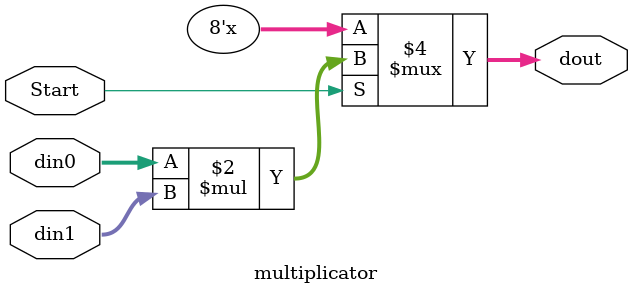
<source format=v>
`timescale 1ns / 1ps


module multiplicator(Start, din0, din1, dout);
input Start;
input [3:0] din0, din1;
output reg [7:0] dout;

always@(*)
begin
    if(Start) dout = din0 * din1;
    else dout = dout;
end

endmodule

</source>
